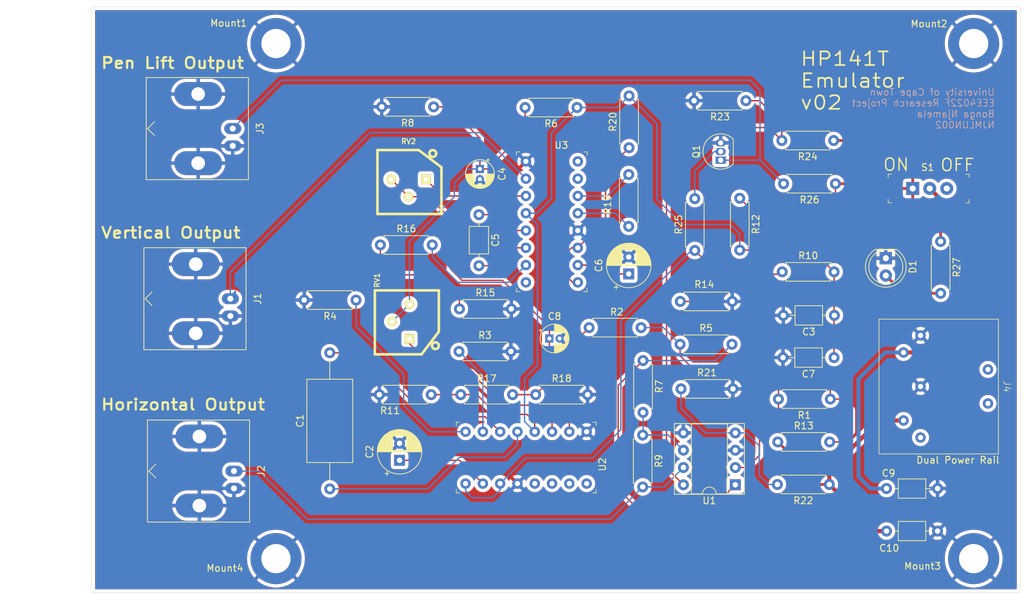
<source format=kicad_pcb>
(kicad_pcb (version 20221018) (generator pcbnew)
  (title_block (title "HP141T Emulator") (date "2025-04-10") (rev "v02") (company "by Bonga Njamela") (comment 1 "Research Project") (comment 2 "EEE4022F 2025") (comment 3 "University of Cape Town"))
  (layers (0 "F.Cu" signal) (31 "B.Cu" signal) (34 "B.Paste" user) (35 "F.Paste" user) (36 "B.SilkS" user "B.Silkscreen") (37 "F.SilkS" user "F.Silkscreen") (38 "B.Mask" user) (39 "F.Mask" user) (44 "Edge.Cuts" user))
  (net 0 "")
  (net 1 "Net-(U2-TC1)")
  (net 2 "Net-(U2-TC2)")
  (net 3 "Net-(U2-BIAS)")
  (net 4 "GND")
  (net 5 "+9V")
  (net 6 "Net-(C4-Pad1)")
  (net 7 "Net-(U3-TC1)")
  (net 8 "Net-(U3-TC2)")
  (net 9 "Net-(U3-BIAS)")
  (net 10 "Net-(C8-Pad1)")
  (net 11 "Net-(D1-A)")
  (net 12 "Vy")
  (net 13 "Vx")
  (net 14 "Vp")
  (net 16 "-12V")
  (net 17 "Net-(Q1-B)")
  (net 18 "-1V")
  (net 19 "Net-(U1A--)")
  (net 20 "V_saw")
  (net 21 "Net-(U2-TR1)")
  (net 22 "Net-(U2-TR2)")
  (net 23 "Net-(R5-Pad2)")
  (net 24 "Net-(U1B--)")
  (net 25 "V_sq")
  (net 26 "+12V")
  (net 27 "Net-(R15-Pad1)")
  (net 28 "Net-(U3-TR1)")
  (net 29 "Net-(U3-WAVEA1)")
  (net 30 "Net-(U3-WAVEA2)")
  (net 31 "Net-(U3-FSKI)")
  (net 32 "-6V")
  (net 33 "+6V")
  (net 35 "Net-(U2-MO)")
  (net 40 "Net-(U3-MO)")
  (net 44 "Net-(C9-Pad1)")
  (footprint "Resistor_THT:R_Axial_DIN0207_L6.3mm_D2.5mm_P7.62mm_Horizontal" (layer "F.Cu") (at 179.25 133.9 180)
    (fp_text reference "R22" (at 3.81 -2.37) (layer "F.SilkS"))
    (fp_text value "10k")
    (pad "1" thru_hole circle (at 0 0 180) (size 1.6 1.6) (drill 0.8) (layers "*.Cu" "*.Mask") (net 16 "-12V"))
    (pad "2" thru_hole oval (at 7.62 0 180) (size 1.6 1.6) (drill 0.8) (layers "*.Cu" "*.Mask") (net 32 "-6V"))
  )
  (footprint "bourns:BOURNS-3362P_pot" (layer "F.Cu") (at 117.6 109.95 90)
    (fp_text reference "RV1" (at 6.05 -4.75 90) (layer "F.SilkS") (effects (font (size 0.762 0.762) (thickness 0.1524))))
    (fp_text value "25k" hide)
    (pad "1" thru_hole rect (at -2.54 0 90) (size 1.4 1.4) (drill 0.7) (layers "*.Cu" "*.Mask" "F.SilkS") (net 35 "Net-(U2-MO)"))
    (pad "2" thru_hole circle (at 0 -2.54 90) (size 1.4 1.4) (drill 0.7) (layers "*.Cu" "*.Mask" "F.SilkS") (net 6 "Net-(C4-Pad1)"))
    (pad "3" thru_hole circle (at 2.54 0 90) (size 1.4 1.4) (drill 0.7) (layers "*.Cu" "*.Mask" "F.SilkS") (net 6 "Net-(C4-Pad1)"))
  )
  (footprint "Digikey:Socket_DIP-16_7.62mm_Conn" (layer "F.Cu") (at 134.7 86.42)
    (fp_text reference "U3" (at 5.2 -2.37) (layer "F.SilkS"))
    (fp_text value "XR2206CP")
    (pad "1" thru_hole circle (at 0 0) (size 1.524 1.524) (drill 0.762) (layers "*.Cu" "*.Mask") (net 4 "GND"))
    (pad "2" thru_hole circle (at 0 2.54) (size 1.524 1.524) (drill 0.762) (layers "*.Cu" "*.Mask") (net 12 "Vy"))
    (pad "3" thru_hole circle (at 0 5.08) (size 1.524 1.524) (drill 0.762) (layers "*.Cu" "*.Mask") (net 40 "Net-(U3-MO)"))
    (pad "4" thru_hole circle (at 0 7.62) (size 1.524 1.524) (drill 0.762) (layers "*.Cu" "*.Mask") (net 5 "+9V"))
    (pad "5" thru_hole circle (at 0 10.16) (size 1.524 1.524) (drill 0.762) (layers "*.Cu" "*.Mask") (net 7 "Net-(U3-TC1)"))
    (pad "6" thru_hole circle (at 0 12.7) (size 1.524 1.524) (drill 0.762) (layers "*.Cu" "*.Mask") (net 8 "Net-(U3-TC2)"))
    (pad "7" thru_hole circle (at 0 15.24) (size 1.524 1.524) (drill 0.762) (layers "*.Cu" "*.Mask") (net 28 "Net-(U3-TR1)"))
    (pad "8" thru_hole circle (at 0 17.78) (size 1.524 1.524) (drill 0.762) (layers "*.Cu" "*.Mask"))
    (pad "9" thru_hole circle (at 7.62 17.78) (size 1.524 1.524) (drill 0.762) (layers "*.Cu" "*.Mask") (net 31 "Net-(U3-FSKI)"))
    (pad "10" thru_hole circle (at 7.62 15.24) (size 1.524 1.524) (drill 0.762) (layers "*.Cu" "*.Mask") (net 9 "Net-(U3-BIAS)"))
    (pad "11" thru_hole circle (at 7.62 12.7) (size 1.524 1.524) (drill 0.762) (layers "*.Cu" "*.Mask") (net 31 "Net-(U3-FSKI)"))
    (pad "12" thru_hole circle (at 7.62 10.16) (size 1.524 1.524) (drill 0.762) (layers "*.Cu" "*.Mask") (net 4 "GND"))
    (pad "13" thru_hole circle (at 7.62 7.62) (size 1.524 1.524) (drill 0.762) (layers "*.Cu" "*.Mask") (net 29 "Net-(U3-WAVEA1)"))
    (pad "14" thru_hole circle (at 7.62 5.08) (size 1.524 1.524) (drill 0.762) (layers "*.Cu" "*.Mask") (net 30 "Net-(U3-WAVEA2)"))
    (pad "15" thru_hole circle (at 7.62 2.54) (size 1.524 1.524) (drill 0.762) (layers "*.Cu" "*.Mask"))
    (pad "16" thru_hole circle (at 7.62 0) (size 1.524 1.524) (drill 0.762) (layers "*.Cu" "*.Mask"))
  )
  (footprint "Resistor_THT:R_Axial_DIN0207_L6.3mm_D2.5mm_P7.62mm_Horizontal" (layer "F.Cu") (at 149.85 84.41 90)
    (fp_text reference "R20" (at 3.81 -2.37 90) (layer "F.SilkS"))
    (fp_text value "10k")
    (pad "1" thru_hole circle (at 0 0 90) (size 1.6 1.6) (drill 0.8) (layers "*.Cu" "*.Mask") (net 31 "Net-(U3-FSKI)"))
    (pad "2" thru_hole oval (at 7.62 0 90) (size 1.6 1.6) (drill 0.8) (layers "*.Cu" "*.Mask") (net 5 "+9V"))
  )
  (footprint "digikey-footprints:Switch_Slide_11.6x4mm_EG1218" (layer "F.Cu") (at 191.5 90.4)
    (fp_text reference "S1" (at 2.2 -3.1) (layer "F.SilkS"))
    (fp_text value "EG1218")
    (pad "1" thru_hole rect (at 0 0) (size 1.9 1.9) (drill 0.9) (layers "*.Cu" "*.Mask") (net 26 "+12V"))
    (pad "2" thru_hole circle (at 2.5 0) (size 1.9 1.9) (drill 0.9) (layers "*.Cu" "*.Mask") (net 44 "Net-(C9-Pad1)"))
    (pad "3" thru_hole circle (at 5 0) (size 1.9 1.9) (drill 0.9) (layers "*.Cu" "*.Mask"))
  )
  (footprint "Resistor_THT:R_Axial_DIN0207_L6.3mm_D2.5mm_P7.62mm_Horizontal" (layer "F.Cu") (at 166.1 91.84 -90)
    (fp_text reference "R12" (at 3.81 -2.37 90) (layer "F.SilkS"))
    (fp_text value "3.3k")
    (pad "1" thru_hole circle (at 0 0 270) (size 1.6 1.6) (drill 0.8) (layers "*.Cu" "*.Mask") (net 26 "+12V"))
    (pad "2" thru_hole oval (at 7.62 0 270) (size 1.6 1.6) (drill 0.8) (layers "*.Cu" "*.Mask") (net 5 "+9V"))
  )
  (footprint "Connector_Coaxial:BNC_Amphenol_B6252HB-NPP3G-50_Horizontal" (layer "F.Cu") (at 91.65 81.6 90)
    (fp_text reference "J3" (at 0 4 90) (layer "F.SilkS"))
    (fp_text value "Conn_Coaxial")
    (pad "1" thru_hole oval (at 0 0 90) (size 1.6 2.5) (drill 0.89) (layers "*.Cu" "*.Mask") (net 14 "Vp"))
    (pad "2" thru_hole oval (at -5.08 -5.08 90) (size 3.5 7) (drill 2.01) (layers "*.Cu" "*.Mask") (net 4 "GND"))
    (pad "2" thru_hole oval (at -2.54 0 90) (size 1.6 2.5) (drill 0.89) (layers "*.Cu" "*.Mask") (net 4 "GND"))
    (pad "2" thru_hole oval (at 5.08 -5.08 90) (size 3.5 7) (drill 2.01) (layers "*.Cu" "*.Mask") (net 4 "GND"))
  )
  (footprint "Capacitor_THT:C_Axial_L3.8mm_D2.6mm_P7.50mm_Horizontal" (layer "F.Cu") (at 179.95 115.25 180)
    (fp_text reference "C7" (at 3.75 -2.42) (layer "F.SilkS"))
    (fp_text value "1uF")
    (pad "1" thru_hole circle (at 0 0 180) (size 1.6 1.6) (drill 0.8) (layers "*.Cu" "*.Mask") (net 5 "+9V"))
    (pad "2" thru_hole oval (at 7.5 0 180) (size 1.6 1.6) (drill 0.8) (layers "*.Cu" "*.Mask") (net 4 "GND"))
  )
  (footprint "Capacitor_THT:C_Axial_L3.8mm_D2.6mm_P7.50mm_Horizontal" (layer "F.Cu") (at 195.15 140.75 180)
    (fp_text reference "C10" (at 7.1 -2.5) (layer "F.SilkS"))
    (fp_text value "0.1uF")
    (pad "1" thru_hole circle (at 0 0 180) (size 1.6 1.6) (drill 0.8) (layers "*.Cu" "*.Mask") (net 4 "GND"))
    (pad "2" thru_hole oval (at 7.5 0 180) (size 1.6 1.6) (drill 0.8) (layers "*.Cu" "*.Mask") (net 16 "-12V"))
  )
  (footprint "Resistor_THT:R_Axial_DIN0207_L6.3mm_D2.5mm_P7.62mm_Horizontal" (layer "F.Cu") (at 157.48 119.85)
    (fp_text reference "R21" (at 3.81 -2.37) (layer "F.SilkS"))
    (fp_text value "10k")
    (pad "1" thru_hole circle (at 0 0) (size 1.6 1.6) (drill 0.8) (layers "*.Cu" "*.Mask") (net 32 "-6V"))
    (pad "2" thru_hole oval (at 7.62 0) (size 1.6 1.6) (drill 0.8) (layers "*.Cu" "*.Mask") (net 4 "GND"))
  )
  (footprint "Resistor_THT:R_Axial_DIN0207_L6.3mm_D2.5mm_P7.62mm_Horizontal" (layer "F.Cu") (at 151.9 115.69 -90)
    (fp_text reference "R7" (at 3.81 -2.37 90) (layer "F.SilkS"))
    (fp_text value "10k")
    (pad "1" thru_hole circle (at 0 0 270) (size 1.6 1.6) (drill 0.8) (layers "*.Cu" "*.Mask") (net 23 "Net-(R5-Pad2)"))
    (pad "2" thru_hole oval (at 7.62 0 270) (size 1.6 1.6) (drill 0.8) (layers "*.Cu" "*.Mask") (net 24 "Net-(U1B--)"))
  )
  (footprint "Resistor_THT:R_Axial_DIN0207_L6.3mm_D2.5mm_P7.62mm_Horizontal" (layer "F.Cu") (at 179.4 121.35 180)
    (fp_text reference "R1" (at 3.81 -2.37) (layer "F.SilkS"))
    (fp_text value "1k")
    (pad "1" thru_hole circle (at 0 0 180) (size 1.6 1.6) (drill 0.8) (layers "*.Cu" "*.Mask") (net 18 "-1V"))
    (pad "2" thru_hole oval (at 7.62 0 180) (size 1.6 1.6) (drill 0.8) (layers "*.Cu" "*.Mask") (net 19 "Net-(U1A--)"))
  )
  (footprint "Capacitor_THT:C_Axial_L3.8mm_D2.6mm_P7.50mm_Horizontal" (layer "F.Cu") (at 127.8 94.25 -90)
    (fp_text reference "C5" (at 3.75 -2.42 90) (layer "F.SilkS"))
    (fp_text value "22nF")
    (pad "1" thru_hole circle (at 0 0 270) (size 1.6 1.6) (drill 0.8) (layers "*.Cu" "*.Mask") (net 7 "Net-(U3-TC1)"))
    (pad "2" thru_hole oval (at 7.5 0 270) (size 1.6 1.6) (drill 0.8) (layers "*.Cu" "*.Mask") (net 8 "Net-(U3-TC2)"))
  )
  (footprint "Resistor_THT:R_Axial_DIN0207_L6.3mm_D2.5mm_P7.62mm_Horizontal" (layer "F.Cu") (at 172.34 102.65)
    (fp_text reference "R10" (at 3.81 -2.37) (layer "F.SilkS"))
    (fp_text value "5.1k")
    (pad "1" thru_hole circle (at 0 0) (size 1.6 1.6) (drill 0.8) (layers "*.Cu" "*.Mask") (net 25 "V_sq"))
    (pad "2" thru_hole oval (at 7.62 0) (size 1.6 1.6) (drill 0.8) (layers "*.Cu" "*.Mask") (net 5 "+9V"))
  )
  (footprint "Resistor_THT:R_Axial_DIN0207_L6.3mm_D2.5mm_P7.62mm_Horizontal" (layer "F.Cu") (at 143.99 110.85)
    (fp_text reference "R2" (at 4.06 -2.3) (layer "F.SilkS"))
    (fp_text value "1k")
    (pad "1" thru_hole circle (at 0 0) (size 1.6 1.6) (drill 0.8) (layers "*.Cu" "*.Mask") (net 20 "V_saw"))
    (pad "2" thru_hole oval (at 7.62 0) (size 1.6 1.6) (drill 0.8) (layers "*.Cu" "*.Mask") (net 19 "Net-(U1A--)"))
  )
  (footprint "Resistor_THT:R_Axial_DIN0207_L6.3mm_D2.5mm_P7.62mm_Horizontal" (layer "F.Cu") (at 167.01 77.5 180)
    (fp_text reference "R23" (at 3.81 -2.37) (layer "F.SilkS"))
    (fp_text value "10k")
    (pad "1" thru_hole circle (at 0 0 180) (size 1.6 1.6) (drill 0.8) (layers "*.Cu" "*.Mask") (net 33 "+6V"))
    (pad "2" thru_hole oval (at 7.62 0 180) (size 1.6 1.6) (drill 0.8) (layers "*.Cu" "*.Mask") (net 4 "GND"))
  )
  (footprint "Resistor_THT:R_Axial_DIN0207_L6.3mm_D2.5mm_P7.62mm_Horizontal" (layer "F.Cu") (at 157.34 113.3)
    (fp_text reference "R5" (at 3.81 -2.37) (layer "F.SilkS"))
    (fp_text value "18k")
    (pad "1" thru_hole circle (at 0 0) (size 1.6 1.6) (drill 0.8) (layers "*.Cu" "*.Mask") (net 19 "Net-(U1A--)"))
    (pad "2" thru_hole oval (at 7.62 0) (size 1.6 1.6) (drill 0.8) (layers "*.Cu" "*.Mask") (net 23 "Net-(R5-Pad2)"))
  )
  (footprint "Resistor_THT:R_Axial_DIN0207_L6.3mm_D2.5mm_P7.62mm_Horizontal" (layer "F.Cu") (at 125.13 120.7)
    (fp_text reference "R17" (at 3.81 -2.37) (layer "F.SilkS"))
    (fp_text value "5.1k")
    (pad "1" thru_hole circle (at 0 0) (size 1.6 1.6) (drill 0.8) (layers "*.Cu" "*.Mask") (net 5 "+9V"))
    (pad "2" thru_hole oval (at 7.62 0) (size 1.6 1.6) (drill 0.8) (layers "*.Cu" "*.Mask") (net 10 "Net-(C8-Pad1)"))
  )
  (footprint "LED_THT:LED_D5.0mm" (layer "F.Cu") (at 187.55 100.65 -90)
    (fp_text reference "D1" (at 1.27 -3.96 90) (layer "F.SilkS"))
    (fp_text value "GREEN")
    (pad "1" thru_hole rect (at 0 0 270) (size 1.8 1.8) (drill 0.9) (layers "*.Cu" "*.Mask") (net 4 "GND"))
    (pad "2" thru_hole circle (at 2.54 0 270) (size 1.8 1.8) (drill 0.9) (layers "*.Cu" "*.Mask") (net 11 "Net-(D1-A)"))
  )
  (footprint "Resistor_THT:R_Axial_DIN0207_L6.3mm_D2.5mm_P7.62mm_Horizontal" (layer "F.Cu") (at 159.5 99.51 90)
    (fp_text reference "R25" (at 3.81 -2.37 90) (layer "F.SilkS"))
    (fp_text value "1k")
    (pad "1" thru_hole circle (at 0 0 90) (size 1.6 1.6) (drill 0.8) (layers "*.Cu" "*.Mask") (net 25 "V_sq"))
    (pad "2" thru_hole oval (at 7.62 0 90) (size 1.6 1.6) (drill 0.8) (layers "*.Cu" "*.Mask") (net 17 "Net-(Q1-B)"))
  )
  (footprint "bourns:BOURNS-3362P_pot" (layer "F.Cu") (at 117.473 89.069 180)
    (fp_text reference "RV2" (at 0 5.588) (layer "F.SilkS") (effects (font (size 0.762 0.762) (thickness 0.1524))))
    (fp_text value "25k" hide)
    (pad "1" thru_hole rect (at -2.54 0 180) (size 1.4 1.4) (drill 0.7) (layers "*.Cu" "*.Mask" "F.SilkS") (net 40 "Net-(U3-MO)"))
    (pad "2" thru_hole circle (at 0 -2.54 180) (size 1.4 1.4) (drill 0.7) (layers "*.Cu" "*.Mask" "F.SilkS") (net 10 "Net-(C8-Pad1)"))
    (pad "3" thru_hole circle (at 2.54 0 180) (size 1.4 1.4) (drill 0.7) (layers "*.Cu" "*.Mask" "F.SilkS") (net 10 "Net-(C8-Pad1)"))
  )
  (footprint "Capacitor_THT:CP_Radial_D4.0mm_P1.50mm" (layer "F.Cu") (at 138.15 112.45)
    (fp_text reference "C8" (at 0.75 -3.25) (layer "F.SilkS"))
    (fp_text value "10uF")
    (pad "1" thru_hole rect (at 0 0) (size 1.2 1.2) (drill 0.6) (layers "*.Cu" "*.Mask") (net 10 "Net-(C8-Pad1)"))
    (pad "2" thru_hole circle (at 1.5 0) (size 1.2 1.2) (drill 0.6) (layers "*.Cu" "*.Mask") (net 4 "GND"))
  )
  (footprint "Capacitor_THT:C_Axial_L12.0mm_D6.5mm_P20.00mm_Horizontal" (layer "F.Cu") (at 105.9 134.55 90)
    (fp_text reference "C1" (at 10 -4.37 90) (layer "F.SilkS"))
    (fp_text value "47uF")
    (pad "1" thru_hole circle (at 0 0 90) (size 1.6 1.6) (drill 0.8) (layers "*.Cu" "*.Mask") (net 1 "Net-(U2-TC1)"))
    (pad "2" thru_hole oval (at 20 0 90) (size 1.6 1.6) (drill 0.8) (layers "*.Cu" "*.Mask") (net 2 "Net-(U2-TC2)"))
  )
  (footprint "Resistor_THT:R_Axial_DIN0207_L6.3mm_D2.5mm_P7.62mm_Horizontal" (layer "F.Cu") (at 121.15 78.4 180)
    (fp_text reference "R8" (at 3.81 -2.37) (layer "F.SilkS"))
    (fp_text value "5.1k")
    (pad "1" thru_hole circle (at 0 0 180) (size 1.6 1.6) (drill 0.8) (layers "*.Cu" "*.Mask") (net 6 "Net-(C4-Pad1)"))
    (pad "2" thru_hole oval (at 7.62 0 180) (size 1.6 1.6) (drill 0.8) (layers "*.Cu" "*.Mask") (net 4 "GND"))
  )
  (footprint "Resistor_THT:R_Axial_DIN0207_L6.3mm_D2.5mm_P7.62mm_Horizontal" (layer "F.Cu") (at 179.9 83.35 180)
    (fp_text reference "R24" (at 3.81 -2.37) (layer "F.SilkS"))
    (fp_text value "10k")
    (pad "1" thru_hole circle (at 0 0 180) (size 1.6 1.6) (drill 0.8) (layers "*.Cu" "*.Mask") (net 26 "+12V"))
    (pad "2" thru_hole oval (at 7.62 0 180) (size 1.6 1.6) (drill 0.8) (layers "*.Cu" "*.Mask") (net 33 "+6V"))
  )
  (footprint "Capacitor_THT:C_Axial_L3.8mm_D2.6mm_P7.50mm_Horizontal" (layer "F.Cu") (at 187.65 134.5)
    (fp_text reference "C9" (at 0.3 -2.25) (layer "F.SilkS"))
    (fp_text value "0.1uF")
    (pad "1" thru_hole circle (at 0 0) (size 1.6 1.6) (drill 0.8) (layers "*.Cu" "*.Mask") (net 44 "Net-(C9-Pad1)"))
    (pad "2" thru_hole oval (at 7.5 0) (size 1.6 1.6) (drill 0.8) (layers "*.Cu" "*.Mask") (net 4 "GND"))
  )
  (footprint "Capacitor_THT:CP_Radial_D6.3mm_P2.50mm" (layer "F.Cu") (at 116.15 130.35 90)
    (fp_text reference "C2" (at 1.25 -4.4 90) (layer "F.SilkS"))
    (fp_text value "1uF")
    (pad "1" thru_hole rect (at 0 0 90) (size 1.6 1.6) (drill 0.8) (layers "*.Cu" "*.Mask") (net 3 "Net-(U2-BIAS)"))
    (pad "2" thru_hole circle (at 2.5 0 90) (size 1.6 1.6) (drill 0.8) (layers "*.Cu" "*.Mask") (net 4 "GND"))
  )
  (footprint "Digikey:Socket_DIP-16_7.62mm_Conn" (layer "F.Cu") (at 143.62 126.15 -90)
    (fp_text reference "U2" (at 4.8 -2.32 90) (layer "F.SilkS"))
    (fp_text value "XR2206CP")
    (pad "1" thru_hole circle (at 0 0 270) (size 1.524 1.524) (drill 0.762) (layers "*.Cu" "*.Mask") (net 4 "GND"))
    (pad "2" thru_hole circle (at 0 2.54 270) (size 1.524 1.524) (drill 0.762) (layers "*.Cu" "*.Mask") (net 20 "V_saw"))
    (pad "3" thru_hole circle (at 0 5.08 270) (size 1.524 1.524) (drill 0.762) (layers "*.Cu" "*.Mask") (net 35 "Net-(U2-MO)"))
    (pad "4" thru_hole circle (at 0 7.62 270) (size 1.524 1.524) (drill 0.762) (layers "*.Cu" "*.Mask") (net 5 "+9V"))
    (pad "5" thru_hole circle (at 0 10.16 270) (size 1.524 1.524) (drill 0.762) (layers "*.Cu" "*.Mask") (net 1 "Net-(U2-TC1)"))
    (pad "6" thru_hole circle (at 0 12.7 270) (size 1.524 1.524) (drill 0.762) (layers "*.Cu" "*.Mask") (net 2 "Net-(U2-TC2)"))
    (pad "7" thru_hole circle (at 0 15.24 270) (size 1.524 1.524) (drill 0.762) (layers "*.Cu" "*.Mask") (net 21 "Net-(U2-TR1)"))
    (pad "8" thru_hole circle (at 0 17.78 270) (size 1.524 1.524) (drill 0.762) (layers "*.Cu" "*.Mask") (net 22 "Net-(U2-TR2)"))
    (pad "9" thru_hole circle (at 7.62 17.78 270) (size 1.524 1.524) (drill 0.762) (layers "*.Cu" "*.Mask") (net 25 "V_sq"))
    (pad "10" thru_hole circle (at 7.62 15.24 270) (size 1.524 1.524) (drill 0.762) (layers "*.Cu" "*.Mask") (net 3 "Net-(U2-BIAS)"))
    (pad "11" thru_hole circle (at 7.62 12.7 270) (size 1.524 1.524) (drill 0.762) (layers "*.Cu" "*.Mask") (net 25 "V_sq"))
    (pad "12" thru_hole circle (at 7.62 10.16 270) (size 1.524 1.524) (drill 0.762) (layers "*.Cu" "*.Mask") (net 4 "GND"))
    (pad "13" thru_hole circle (at 7.62 7.62 270) (size 1.524 1.524) (drill 0.762) (layers "*.Cu" "*.Mask"))
    (pad "14" thru_hole circle (at 7.62 5.08 270) (size 1.524 1.524) (drill 0.762) (layers "*.Cu" "*.Mask"))
    (pad "15" thru_hole circle (at 7.62 2.54 270) (size 1.524 1.524) (drill 0.762) (layers "*.Cu" "*.Mask"))
    (pad "16" thru_hole circle (at 7.62 0 270) (size 1.524 1.524) (drill 0.762) (layers "*.Cu" "*.Mask"))
  )
  (footprint "Resistor_THT:R_Axial_DIN0207_L6.3mm_D2.5mm_P7.62mm_Horizontal" (layer "F.Cu") (at 109.76 106.8 180)
    (fp_text reference "R4" (at 3.81 -2.37) (layer "F.SilkS"))
    (fp_text value "1.1k")
    (pad "1" thru_hole circle (at 0 0 180) (size 1.6 1.6) (drill 0.8) (layers "*.Cu" "*.Mask") (net 22 "Net-(U2-TR2)"))
    (pad "2" thru_hole oval (at 7.62 0 180) (size 1.6 1.6) (drill 0.8) (layers "*.Cu" "*.Mask") (net 4 "GND"))
  )
  (footprint "Resistor_THT:R_Axial_DIN0207_L6.3mm_D2.5mm_P7.62mm_Horizontal" (layer "F.Cu") (at 195.6 98.19 -90)
    (fp_text reference "R27" (at 3.81 -2.37 90) (layer "F.SilkS"))
    (fp_text value "2.2k")
    (pad "1" thru_hole circle (at 0 0 270) (size 1.6 1.6) (drill 0.8) (layers "*.Cu" "*.Mask") (net 26 "+12V"))
    (pad "2" thru_hole oval (at 7.62 0 270) (size 1.6 1.6) (drill 0.8) (layers "*.Cu" "*.Mask") (net 11 "Net-(D1-A)"))
  )
  (footprint "Capacitor_THT:C_Axial_L3.8mm_D2.6mm_P7.50mm_Horizontal" (layer "F.Cu") (at 180 109.05 180)
    (fp_text reference "C3" (at 3.75 -2.42) (layer "F.SilkS"))
    (fp_text value "1uF")
    (pad "1" thru_hole circle (at 0 0 180) (size 1.6 1.6) (drill 0.8) (layers "*.Cu" "*.Mask") (net 5 "+9V"))
    (pad "2" thru_hole oval (at 7.5 0 180) (size 1.6 1.6) (drill 0.8) (layers "*.Cu" "*.Mask") (net 4 "GND"))
  )
  (footprint "Resistor_THT:R_Axial_DIN0207_L6.3mm_D2.5mm_P7.62mm_Horizontal" (layer "F.Cu") (at 180.16 89.7 180)
    (fp_text reference "R26" (at 3.81 -2.37) (layer "F.SilkS"))
    (fp_text value "10k")
    (pad "1" thru_hole circle (at 0 0 180) (size 1.6 1.6) (drill 0.8) (layers "*.Cu" "*.Mask") (net 26 "+12V"))
    (pad "2" thru_hole oval (at 7.62 0 180) (size 1.6 1.6) (drill 0.8) (layers "*.Cu" "*.Mask") (net 14 "Vp"))
  )
  (footprint "Connector_Coaxial:BNC_Amphenol_B6252HB-NPP3G-50_Horizontal" (layer "F.Cu") (at 91.83 131.93 90)
    (fp_text reference "J2" (at 0 4 90) (layer "F.SilkS"))
    (fp_text value "Conn_Coaxial")
    (pad "1" thru_hole oval (at 0 0 90) (size 1.6 2.5) (drill 0.89) (layers "*.Cu" "*.Mask") (net 13 "Vx"))
    (pad "2" thru_hole oval (at -5.08 -5.08 90) (size 3.5 7) (drill 2.01) (layers "*.Cu" "*.Mask") (net 4 "GND"))
    (pad "2" thru_hole oval (at -2.54 0 90) (size 1.6 2.5) (drill 0.89) (layers "*.Cu" "*.Mask") (net 4 "GND"))
    (pad "2" thru_hole oval (at 5.08 -5.08 90) (size 3.5 7) (drill 2.01) (layers "*.Cu" "*.Mask") (net 4 "GND"))
  )
  (footprint "MountingHole:MountingHole_4.3mm_M4_DIN965_Pad" (layer "F.Cu") (at 200.45 144.8)
    (fp_text reference "Mount3" (at -7.5 1.1) (layer "F.SilkS"))
    (fp_text value "MountingHole_4.3mm_M4_DIN965_Pad")
    (pad "1" thru_hole circle (at 0 0) (size 7.5 7.5) (drill 4.3) (layers "*.Cu" "*.Mask") (net 4 "GND"))
  )
  (footprint "Resistor_THT:R_Axial_DIN0207_L6.3mm_D2.5mm_P7.62mm_Horizontal" (layer "F.Cu") (at 149.8 95.97 90)
    (fp_text reference "R19" (at 3.21 -3.1 90) (layer "F.SilkS"))
    (fp_text value "220R")
    (pad "1" thru_hole circle (at 0 0 90) (size 1.6 1.6) (drill 0.8) (layers "*.Cu" "*.Mask") (net 29 "Net-(U3-WAVEA1)"))
    (pad "2" thru_hole oval (at 7.62 0 90) (size 1.6 1.6) (drill 0.8) (layers "*.Cu" "*.Mask") (net 30 "Net-(U3-WAVEA2)"))
  )
  (footprint "Capacitor_THT:CP_Radial_D4.0mm_P1.50mm" (layer "F.Cu") (at 127.95 87.527401 -90)
    (fp_text reference "C4" (at 0.75 -3.25 90) (layer "F.SilkS"))
    (fp_text value "10uF")
    (pad "1" thru_hole rect (at 0 0 270) (size 1.2 1.2) (drill 0.6) (layers "*.Cu" "*.Mask") (net 6 "Net-(C4-Pad1)"))
    (pad "2" thru_hole circle (at 1.5 0 270) (size 1.2 1.2) (drill 0.6) (layers "*.Cu" "*.Mask") (net 4 "GND"))
  )
  (footprint "MountingHole:MountingHole_4.3mm_M4_DIN965_Pad" (layer "F.Cu") (at 98 69.1)
    (fp_text reference "Mount1" (at -6.95 -3) (layer "F.SilkS"))
    (fp_text value "MountingHole_4.3mm_M4_DIN965_Pad")
    (pad "1" thru_hole circle (at 0 0) (size 7.5 7.5) (drill 4.3) (layers "*.Cu" "*.Mask") (net 4 "GND"))
  )
  (footprint "Resistor_THT:R_Axial_DIN0207_L6.3mm_D2.5mm_P7.62mm_Horizontal" (layer "F.Cu") (at 151.85 126.64 -90)
    (fp_text reference "R9" (at 3.81 -2.37 90) (layer "F.SilkS"))
    (fp_text value "10k")
    (pad "1" thru_hole circle (at 0 0 270) (size 1.6 1.6) (drill 0.8) (layers "*.Cu" "*.Mask") (net 24 "Net-(U1B--)"))
    (pad "2" thru_hole oval (at 7.62 0 270) (size 1.6 1.6) (drill 0.8) (layers "*.Cu" "*.Mask") (net 13 "Vx"))
  )
  (footprint "Resistor_THT:R_Axial_DIN0207_L6.3mm_D2.5mm_P7.62mm_Horizontal" (layer "F.Cu") (at 113.33 98.7)
    (fp_text reference "R16" (at 3.81 -2.37) (layer "F.SilkS"))
    (fp_text value "220R")
    (pad "1" thru_hole circle (at 0 0) (size 1.6 1.6) (drill 0.8) (layers "*.Cu" "*.Mask") (net 27 "Net-(R15-Pad1)"))
    (pad "2" thru_hole oval (at 7.62 0) (size 1.6 1.6) (drill 0.8) (layers "*.Cu" "*.Mask") (net 28 "Net-(U3-TR1)"))
  )
  (footprint "Connector_Coaxial:BNC_Amphenol_B6252HB-NPP3G-50_Horizontal" (layer "F.Cu") (at 91.3 106.6 90)
    (fp_text reference "J1" (at 0 4 90) (layer "F.SilkS"))
    (fp_text value "Conn_Coaxial")
    (pad "1" thru_hole oval (at 0 0 90) (size 1.6 2.5) (drill 0.89) (layers "*.Cu" "*.Mask") (net 12 "Vy"))
    (pad "2" thru_hole oval (at -5.08 -5.08 90) (size 3.5 7) (drill 2.01) (layers "*.Cu" "*.Mask") (net 4 "GND"))
    (pad "2" thru_hole oval (at -2.54 0 90) (size 1.6 2.5) (drill 0.89) (layers "*.Cu" "*.Mask") (net 4 "GND"))
    (pad "2" thru_hole oval (at 5.08 -5.08 90) (size 3.5 7) (drill 2.01) (layers "*.Cu" "*.Mask") (net 4 "GND"))
  )
  (footprint "Resistor_THT:R_Axial_DIN0207_L6.3mm_D2.5mm_P7.62mm_Horizontal" (layer "F.Cu") (at 171.69 127.65)
    (fp_text reference "R13" (at 3.81 -2.37) (layer "F.SilkS"))
    (fp_text value "110k")
    (pad "1" thru_hole circle (at 0 0) (size 1.6 1.6) (drill 0.8) (layers "*.Cu" "*.Mask") (net 16 "-12V"))
    (pad "2" thru_hole oval (at 7.62 0) (size 1.6 1.6) (drill 0.8) (layers "*.Cu" "*.Mask") (net 18 "-1V"))
  )
  (footprint "Resistor_THT:R_Axial_DIN0207_L6.3mm_D2.5mm_P7.62mm_Horizontal" (layer "F.Cu") (at 124.88 114.35)
    (fp_text reference "R3" (at 3.81 -2.37) (layer "F.SilkS"))
    (fp_text value "1.2k")
    (pad "1" thru_hole circle (at 0 0) (size 1.6 1.6) (drill 0.8) (layers "*.Cu" "*.Mask") (net 21 "Net-(U2-TR1)"))
    (pad "2" thru_hole oval (at 7.62 0) (size 1.6 1.6) (drill 0.8) (layers "*.Cu" "*.Mask") (net 4 "GND"))
  )
  (footprint "Package_DIP:DIP-8_W7.62mm_Socket" (layer "F.Cu") (at 165.45 133.95 180)
    (fp_text reference "U1" (at 3.81 -2.33) (layer "F.SilkS"))
    (fp_text value "LM358")
    (pad "1" thru_hole rect (at 0 0 180) (size 1.6 1.6) (drill 0.8) (layers "*.Cu" "*.Mask") (net 23 "Net-(R5-Pad2)"))
    (pad "2" thru_hole oval (at 0 2.54 180) (size 1.6 1.6) (drill 0.8) (layers "*.Cu" "*.Mask") (net 19 "Net-(U1A--)"))
    (pad "3" thru_hole oval (at 0 5.08 180) (size 1.6 1.6) (drill 0.8) (layers "*.Cu" "*.Mask") (net 4 "GND"))
    (pad "4" thru_hole oval (at 0 7.62 180) (size 1.6 1.6) (drill 0.8) (layers "*.Cu" "*.Mask") (net 32 "-6V"))
    (pad "5" thru_hole oval (at 7.62 7.62 180) (size 1.6 1.6) (drill 0.8) (layers "*.Cu" "*.Mask") (net 4 "GND"))
    (pad "6" thru_hole oval (at 7.62 5.08 180) (size 1.6 1.6) (drill 0.8) (layers "*.Cu" "*.Mask") (net 24 "Net-(U1B--)"))
    (pad "7" thru_hole oval (at 7.62 2.54 180) (size 1.6 1.6) (drill 0.8) (layers "*.Cu" "*.Mask") (net 13 "Vx"))
    (pad "8" thru_hole oval (at 7.62 0 180) (size 1.6 1.6) (drill 0.8) (layers "*.Cu" "*.Mask") (net 33 "+6V"))
  )
  (footprint "Package_TO_SOT_THT:TO-92_Inline" (layer "F.Cu") (at 163.3 86.24 90)
    (fp_text reference "Q1" (at 1.27 -3.56 90) (layer "F.SilkS"))
    (fp_text value "2N2222")
    (pad "1" thru_hole rect (at 0 0 90) (size 1.05 1.5) (drill 0.75) (layers "*.Cu" "*.Mask") (net 14 "Vp"))
    (pad "2" thru_hole oval (at 1.27 0 90) (size 1.05 1.5) (drill 0.75) (layers "*.Cu" "*.Mask") (net 17 "Net-(Q1-B)"))
    (pad "3" thru_hole oval (at 2.54 0 90) (size 1.05 1.5) (drill 0.75) (layers "*.Cu" "*.Mask") (net 4 "GND"))
  )
  (footprint "MountingHole:MountingHole_4.3mm_M4_DIN965_Pad" (layer "F.Cu") (at 200.45 69.1)
    (fp_text reference "Mount2" (at -6.55 -2.9) (layer "F.SilkS"))
    (fp_text value "MountingHole_4.3mm_M4_DIN965_Pad")
    (pad "1" thru_hole circle (at 0 0) (size 7.5 7.5) (drill 4.3) (layers "*.Cu" "*.Mask") (net 4 "GND"))
  )
  (footprint "Resistor_THT:R_Axial_DIN0207_L6.3mm_D2.5mm_P7.62mm_Horizontal" (layer "F.Cu") (at 142.21 78.5 180)
    (fp_text reference "R6" (at 3.81 -2.37) (layer "F.SilkS"))
    (fp_text value "5.1k")
    (pad "1" thru_hole circle (at 0 0 180) (size 1.6 1.6) (drill 0.8) (layers "*.Cu" "*.Mask") (net 5 "+9V"))
    (pad "2" thru_hole oval (at 7.62 0 180) (size 1.6 1.6) (drill 0.8) (layers "*.Cu" "*.Mask") (net 6 "Net-(C4-Pad1)"))
  )
  (footprint "Resistor_THT:R_Axial_DIN0207_L6.3mm_D2.5mm_P7.62mm_Horizontal" (layer "F.Cu") (at 124.94 108.1)
    (fp_text reference "R15" (at 3.81 -2.37) (layer "F.SilkS"))
    (fp_text value "4.3k")
    (pad "1" thru_hole circle (at 0 0) (size 1.6 1.6) (drill 0.8) (layers "*.Cu" "*.Mask") (net 27 "Net-(R15-Pad1)"))
    (pad "2" thru_hole oval (at 7.62 0) (size 1.6 1.6) (drill 0.8) (layers "*.Cu" "*.Mask") (net 4 "GND"))
  )
  (footprint "Resistor_THT:R_Axial_DIN0207_L6.3mm_D2.5mm_P7.62mm_Horizontal" (layer "F.Cu") (at 157.38 107)
    (fp_text reference "R14" (at 3.52 -2.5) (layer "F.SilkS"))
    (fp_text value "10k")
    (pad "1" thru_hole circle (at 0 0) (size 1.6 1.6) (drill 0.8) (layers "*.Cu" "*.Mask") (net 18 "-1V"))
    (pad "2" thru_hole oval (at 7.62 0) (size 1.6 1.6) (drill 0.8) (layers "*.Cu" "*.Mask") (net 4 "GND"))
  )
  (footprint "din41524:PinSocket_DIN41524_1x05_P2.54mm_Vertical" (layer "F.Cu") (at 192.649994 119.5 -90)
    (fp_text reference "J4" (at 0 -12.7 -90 unlocked) (layer "F.SilkS") (effects (font (thickness 0.1))))
    (fp_text value "Mini-DIN-5")
    (pad "" np_thru_hole circle (at -2.5 -9.900006 270) (size 1.524 1.524) (drill 0.762) (layers "F&B.Cu" "*.Mask"))
    (pad "" np_thru_hole circle (at 2.5 -9.900006 270) (size 1.524 1.524) (drill 0.762) (layers "F&B.Cu" "*.Mask"))
    (pad "1" thru_hole circle (at -7.50001 0 270) (size 1.524 1.524) (drill 0.762) (layers "*.Cu" "*.Mask") (net 4 "GND"))
    (pad "2" thru_hole circle (at 0 0 270) (size 1.524 1.524) (drill 0.762) (layers "*.Cu" "*.Mask") (net 4 "GND"))
    (pad "3" thru_hole circle (at 7.50001 0 270) (size 1.524 1.524) (drill 0.762) (layers "*.Cu" "*.Mask"))
    (pad "4" thru_hole circle (at -4.99999 2.5 270) (size 1.524 1.524) (drill 0.762) (layers "*.Cu" "*.Mask") (net 44 "Net-(C9-Pad1)"))
    (pad "5" thru_hole circle (at 4.99999 2.5 270) (size 1.524 1.524) (drill 0.762) (layers "*.Cu" "*.Mask") (net 16 "-12V"))
  )
  (footprint "Resistor_THT:R_Axial_DIN0207_L6.3mm_D2.5mm_P7.62mm_Horizontal" (layer "F.Cu") (at 120.8 120.7 180)
    (fp_text reference "R11" (at 6.05 -2.35) (layer "F.SilkS"))
    (fp_text value "10k")
    (pad "1" thru_hole circle (at 0 0 180) (size 1.6 1.6) (drill 0.8) (layers "*.Cu" "*.Mask") (net 5 "+9V"))
    (pad "2" thru_hole oval (at 7.62 0 180) (size 1.6 1.6) (drill 0.8) (layers "*.Cu" "*.Mask") (net 4 "GND"))
  )
  (footprint "Resistor_THT:R_Axial_DIN0207_L6.3mm_D2.5mm_P7.62mm_Horizontal" (layer "F.Cu") (at 136.14 120.7)
    (fp_text reference "R18" (at 3.81 -2.37) (layer "F.SilkS"))
    (fp_text value "5.1k")
    (pad "1" thru_hole circle (at 0 0) (size 1.6 1.6) (drill 0.8) (layers "*.Cu" "*.Mask") (net 10 "Net-(C8-Pad1)"))
    (pad "2" thru_hole oval (at 7.62 0) (size 1.6 1.6) (drill 0.8) (layers "*.Cu" "*.Mask") (net 4 "GND"))
  )
  (footprint "Capacitor_THT:CP_Radial_D6.3mm_P2.50mm" (layer "F.Cu") (at 149.8 102.96 90)
    (fp_text reference "C6" (at 1.25 -4.4 90) (layer "F.SilkS"))
    (fp_text value "1uF")
    (pad "1" thru_hole rect (at 0 0 90) (size 1.6 1.6) (drill 0.8) (layers "*.Cu" "*.Mask") (net 9 "Net-(U3-BIAS)"))
    (pad "2" thru_hole circle (at 2.5 0 90) (size 1.6 1.6) (drill 0.8) (layers "*.Cu" "*.Mask") (net 4 "GND"))
  )
  (footprint "MountingHole:MountingHole_4.3mm_M4_DIN965_Pad" (layer "F.Cu") (at 98 144.8)
    (fp_text reference "Mount4" (at -7.5 1.4) (layer "F.SilkS"))
    (fp_text value "MountingHole_4.3mm_M4_DIN965_Pad")
    (pad "1" thru_hole circle (at 0 0) (size 7.5 7.5) (drill 4.3) (layers "*.Cu" "*.Mask") (net 4 "GND"))
  )
  (gr_line (start 207.275 149.8) (end 207.275 63.7) (stroke (width 0.05)) (layer "Edge.Cuts"))
  (gr_line (start 207.275 63.7) (end 70.95 63.7) (stroke (width 0.05)) (layer "Edge.Cuts"))
  (gr_line (start 70.95 149.8) (end 207.275 149.8) (stroke (width 0.05)) (layer "Edge.Cuts"))
  (gr_line (start 70.95 63.7) (end 70.95 149.8) (stroke (width 0.05)) (layer "Edge.Cuts"))
  (gr_text "University of Cape Town\nEEE4022F Research Project\nBonga Njamela\nNJMLUN002" (at 203.6 81.65) (layer "B.SilkS") (effects (font (size 1 1) (thickness 0.1)) (justify left bottom mirror)))
  (gr_text "Pen Lift Output" (at 72.15 72.9) (layer "F.SilkS") (effects (font (size 1.6 1.8) (thickness 0.32) bold) (justify left bottom)))
  (gr_text "Horizontal Output" (at 72.15 123.1) (layer "F.SilkS") (effects (font (size 1.6 1.8) (thickness 0.32) bold) (justify left bottom)))
  (gr_text "ON" (at 187.05 87.95) (layer "F.SilkS") (effects (font (size 1.8 1.8) (thickness 0.2) bold) (justify left bottom)))
  (gr_text "OFF" (at 195.45 88) (layer "F.SilkS") (effects (font (size 1.8 1.8) (thickness 0.2) bold) (justify left bottom)))
  (gr_text "Vertical Output" (at 72.15 97.85) (layer "F.SilkS") (effects (font (size 1.6 1.8) (thickness 0.32) bold) (justify left bottom)))
  (gr_text "HP141T\nEmulator\nv02" (at 174.85 78.95) (layer "F.SilkS") (effects (font (size 2 2.3) (thickness 0.25)) (justify left bottom)))
  (gr_text "Dual Power Rail" (at 191.95 130.9) (layer "F.SilkS") (effects (font (size 1 1)) (justify left bottom)))
  (segment (start 133.46 128.067895) (end 133.46 126.15) (width 0.2) (layer "B.Cu") (net 1))
  (segment (start 120.3 134.55) (end 124.95 129.9) (width 0.2) (layer "B.Cu") (net 1))
  (segment (start 105.9 134.55) (end 120.3 134.55) (width 0.2) (layer "B.Cu") (net 1))
  (segment (start 124.95 129.9) (end 131.627895 129.9) (width 0.2) (layer "B.Cu") (net 1))
  (segment (start 131.627895 129.9) (end 133.46 128.067895) (width 0.2) (layer "B.Cu") (net 1))
  (segment (start 120.25 123.95) (end 128.72 123.95) (width 0.2) (layer "F.Cu") (net 2))
  (segment (start 110.85 114.55) (end 120.25 123.95) (width 0.2) (layer "F.Cu") (net 2))
  (segment (start 128.72 123.95) (end 130.92 126.15) (width 0.2) (layer "F.Cu") (net 2))
  (segment (start 105.9 114.55) (end 110.85 114.55) (width 0.2) (layer "F.Cu") (net 2))
  (segment (start 124.96 130.35) (end 128.38 133.77) (width 0.2) (layer "F.Cu") (net 3))
  (segment (start 116.15 130.35) (end 124.96 130.35) (width 0.2) (layer "F.Cu") (net 3))
  (segment (start 179.95 109.1) (end 180 109.05) (width 0.2) (layer "F.Cu") (net 5))
  (segment (start 130.4 123.6) (end 134.85 123.6) (width 0.2) (layer "F.Cu") (net 5))
  (segment (start 179.96 102.65) (end 179.96 109.01) (width 0.2) (layer "F.Cu") (net 5))
  (segment (start 120.8 120.7) (end 125.13 120.7) (width 0.2) (layer "F.Cu") (net 5))
  (segment (start 136 124.75) (end 136 126.15) (width 0.2) (layer "F.Cu") (net 5))
  (segment (start 125.13 120.7) (end 127.5 120.7) (width 0.2) (layer "F.Cu") (net 5))
  (segment (start 179.96 109.01) (end 180 109.05) (width 0.2) (layer "F.Cu") (net 5))
  (segment (start 134.85 123.6) (end 136 124.75) (width 0.2) (layer "F.Cu") (net 5))
  (segment (start 179.95 115.25) (end 179.95 109.1) (width 0.2) (layer "F.Cu") (net 5))
  (segment (start 166.1 99.46) (end 176.77 99.46) (width 0.2) (layer "F.Cu") (net 5))
  (segment (start 127.5 120.7) (end 130.4 123.6) (width 0.2) (layer "F.Cu") (net 5))
  (segment (start 176.77 99.46) (end 179.96 102.65) (width 0.2) (layer "F.Cu") (net 5))
  (segment (start 134.7 94.04) (end 136.4 95.74) (width 0.2) (layer "B.Cu") (net 5))
  (segment (start 153.95 80.89) (end 149.85 76.79) (width 0.2) (layer "B.Cu") (net 5))
  (segment (start 134.7 94.04) (end 136.31 94.04) (width 0.2) (layer "B.Cu") (net 5))
  (segment (start 166.1 97.1) (end 164.7 95.7) (width 0.2) (layer "B.Cu") (net 5))
  (segment (start 136.4 116.4) (end 134.5 118.3) (width 0.2) (layer "B.Cu") (net 5))
  (segment (start 138.45 82.26) (end 142.21 78.5) (width 0.2) (layer "B.Cu") (net 5))
  (segment (start 136.31 94.04) (end 138.45 91.9) (width 0.2) (layer "B.Cu") (net 5))
  (segment (start 157.65 95.7) (end 153.95 92) (width 0.2) (layer "B.Cu") (net 5))
  (segment (start 153.95 92) (end 153.95 80.89) (width 0.2) (layer "B.Cu") (net 5))
  (segment (start 164.7 95.7) (end 157.65 95.7) (width 0.2) (layer "B.Cu") (net 5))
  (segment (start 134.5 118.3) (end 134.5 124.65) (width 0.2) (layer "B.Cu") (net 5))
  (segment (start 134.5 124.65) (end 136 126.15) (width 0.2) (layer "B.Cu") (net 5))
  (segment (start 136.4 95.74) (end 136.4 116.4) (width 0.2) (layer "B.Cu") (net 5))
  (segment (start 142.21 78.5) (end 148.14 78.5) (width 0.2) (layer "B.Cu") (net 5))
  (segment (start 138.45 91.9) (end 138.45 82.26) (width 0.2) (layer "B.Cu") (net 5))
  (segment (start 166.1 99.46) (end 166.1 97.1) (width 0.2) (layer "B.Cu") (net 5))
  (segment (start 148.14 78.5) (end 149.85 76.79) (width 0.2) (layer "B.Cu") (net 5))
  (segment (start 121.15 78.4) (end 123.35 78.4) (width 0.2) (layer "F.Cu") (net 6))
  (segment (start 129.072599 87.527401) (end 134.59 82.01) (width 0.2) (layer "F.Cu") (net 6))
  (segment (start 123.35 78.4) (end 127.95 83) (width 0.2) (layer "F.Cu") (net 6))
  (segment (start 134.59 82.01) (end 134.59 78.5) (width 0.2) (layer "F.Cu") (net 6))
  (segment (start 127.95 87.527401) (end 129.072599 87.527401) (width 0.2) (layer "F.Cu") (net 6))
  (segment (start 127.95 83) (end 127.95 87.527401) (width 0.2) (layer "F.Cu") (net 6))
  (segment (start 126.222599 87.527401) (end 127.95 87.527401) (width 0.2) (layer "B.Cu") (net 6))
  (segment (start 124.2 89.55) (end 126.222599 87.527401) (width 0.2) (layer "B.Cu") (net 6))
  (segment (start 124.2 91.6) (end 124.2 89.55) (width 0.2) (layer "B.Cu") (net 6))
  (segment (start 117.6 107.41) (end 117.6 98.2) (width 0.2) (layer "B.Cu") (net 6))
  (segment (start 115.06 109.95) (end 117.6 107.41) (width 0.2) (layer "B.Cu") (net 6))
  (segment (start 117.6 98.2) (end 124.2 91.6) (width 0.2) (layer "B.Cu") (net 6))
  (segment (start 127.8 94.25) (end 130 94.25) (width 0.2) (layer "F.Cu") (net 7))
  (segment (start 132.33 96.58) (end 134.7 96.58) (width 0.2) (layer "F.Cu") (net 7))
  (segment (start 130 94.25) (end 132.33 96.58) (width 0.2) (layer "F.Cu") (net 7))
  (segment (start 132.53 99.12) (end 134.7 99.12) (width 0.2) (layer "F.Cu") (net 8))
  (segment (start 127.8 101.75) (end 129.9 101.75) (width 0.2) (layer "F.Cu") (net 8))
  (segment (start 129.9 101.75) (end 132.53 99.12) (width 0.2) (layer "F.Cu") (net 8))
  (segment (start 145.36 101.66) (end 146.66 102.96) (width 0.2) (layer "F.Cu") (net 9))
  (segment (start 146.66 102.96) (end 149.8 102.96) (width 0.2) (layer "F.Cu") (net 9))
  (segment (start 142.32 101.66) (end 145.36 101.66) (width 0.2) (layer "F.Cu") (net 9))
  (segment (start 138.15 112.45) (end 138.15 118.69) (width 0.2) (layer "F.Cu") (net 10))
  (segment (start 117.473 91.609) (end 114.933 89.069) (width 0.2) (layer "F.Cu") (net 10))
  (segment (start 120.4 91.6) (end 120.391 91.609) (width 0.2) (layer "F.Cu") (net 10))
  (segment (start 120.391 91.609) (end 117.473 91.609) (width 0.2) (layer "F.Cu") (net 10))
  (segment (start 138.15 118.69) (end 136.14 120.7) (width 0.2) (layer "F.Cu") (net 10))
  (segment (start 131.25 103.9) (end 125.3 103.9) (width 0.2) (layer "F.Cu") (net 10))
  (segment (start 123.65 94.85) (end 120.4 91.6) (width 0.2) (layer "F.Cu") (net 10))
  (segment (start 136.14 120.7) (end 132.75 120.7) (width 0.2) (layer "F.Cu") (net 10))
  (segment (start 138.15 112.45) (end 138.15 110.8) (width 0.2) (layer "F.Cu") (net 10))
  (segment (start 125.3 103.9) (end 123.65 102.25) (width 0.2) (layer "F.Cu") (net 10))
  (segment (start 123.65 102.25) (end 123.65 94.85) (width 0.2) (layer "F.Cu") (net 10))
  (segment (start 138.15 110.8) (end 131.25 103.9) (width 0.2) (layer "F.Cu") (net 10))
  (segment (start 195.6 105.81) (end 190.17 105.81) (width 0.4) (layer "F.Cu") (net 11))
  (segment (start 190.17 105.81) (end 187.55 103.19) (width 0.4) (layer "F.Cu") (net 11))
  (segment (start 91.3 106.6) (end 91.3 106.25) (width 0.2) (layer "B.Cu") (net 12))
  (segment (start 134.7 88.95) (end 134.7 88.96) (width 0.2) (layer "B.Cu") (net 12))
  (segment (start 91.3 106.25) (end 92.05 105.5) (width 0.2) (layer "B.Cu") (net 12))
  (segment (start 92.05 105.5) (end 92.05 106.5) (width 0.2) (layer "B.Cu") (net 12))
  (segment (start 91.3 102.7) (end 111.8 82.2) (width 0.2) (layer "B.Cu") (net 12))
  (segment (start 127.95 82.2) (end 134.7 88.95) (width 0.2) (layer "B.Cu") (net 12))
  (segment (start 111.8 82.2) (end 127.95 82.2) (width 0.2) (layer "B.Cu") (net 12))
  (segment (start 91.3 106.6) (end 91.3 102.7) (width 0.2) (layer "B.Cu") (net 12))
  (segment (start 91.83 131.93) (end 95.53 131.93) (width 0.2) (layer "B.Cu") (net 13))
  (segment (start 95.53 131.93) (end 102.6 139) (width 0.2) (layer "B.Cu") (net 13))
  (segment (start 154.98 134.26) (end 157.83 131.41) (width 0.2) (layer "B.Cu") (net 13))
  (segment (start 147.11 139) (end 151.85 134.26) (width 0.2) (layer "B.Cu") (net 13))
  (segment (start 102.6 139) (end 147.11 139) (width 0.2) (layer "B.Cu") (net 13))
  (segment (start 151.85 134.26) (end 154.98 134.26) (width 0.2) (layer "B.Cu") (net 13))
  (segment (start 167.65 74.5) (end 98.75 74.5) (width 0.2) (layer "B.Cu") (net 14))
  (segment (start 98.75 74.5) (end 91.65 81.6) (width 0.2) (layer "B.Cu") (net 14))
  (segment (start 169.08 86.24) (end 169.08 75.93) (width 0.2) (layer "B.Cu") (net 14))
  (segment (start 169.08 86.24) (end 172.54 89.7) (width 0.2) (layer "B.Cu") (net 14))
  (segment (start 169.08 75.93) (end 167.65 74.5) (width 0.2) (layer "B.Cu") (net 14))
  (segment (start 163.3 86.24) (end 169.08 86.24) (width 0.2) (layer "B.Cu") (net 14))
  (segment (start 179.25 131.85) (end 186.60001 124.49999) (width 0.6) (layer "F.Cu") (net 16))
  (segment (start 179.25 133.9) (end 179.25 131.85) (width 0.6) (layer "F.Cu") (net 16))
  (segment (start 186.1 140.75) (end 179.25 133.9) (width 0.6) (layer "F.Cu") (net 16))
  (segment (start 179.25 133.9) (end 177.94 133.9) (width 0.4) (layer "F.Cu") (net 16))
  (segment (start 187.65 140.75) (end 186.1 140.75) (width 0.6) (layer "F.Cu") (net 16))
  (segment (start 186.60001 124.49999) (end 190.149994 124.49999) (width 0.6) (layer "F.Cu") (net 16))
  (segment (start 177.94 133.9) (end 171.69 127.65) (width 0.4) (layer "F.Cu") (net 16))
  (segment (start 162.35 84.97) (end 163.3 84.97) (width 0.2) (layer "B.Cu") (net 17))
  (segment (start 159.5 87.82) (end 162.35 84.97) (width 0.2) (layer "B.Cu") (net 17))
  (segment (start 159.5 91.89) (end 159.5 87.82) (width 0.2) (layer "B.Cu") (net 17))
  (segment (start 179.4 118.95) (end 170.9 110.45) (width 0.2) (layer "F.Cu") (net 18))
  (segment (start 182.45 126.05) (end 182.45 123) (width 0.2) (layer "F.Cu") (net 18))
  (segment (start 180.8 121.35) (end 179.4 121.35) (width 0.2) (layer "F.Cu") (net 18))
  (segment (start 179.31 127.65) (end 180.85 127.65) (width 0.2) (layer "F.Cu") (net 18))
  (segment (start 159.2 107) (end 157.38 107) (width 0.2) (layer "F.Cu") (net 18))
  (segment (start 182.45 123) (end 180.8 121.35) (width 0.2) (layer "F.Cu") (net 18))
  (segment (start 179.4 121.35) (end 179.4 118.95) (width 0.2) (layer "F.Cu") (net 18))
  (segment (start 170.9 110.45) (end 162.65 110.45) (width 0.2) (layer "F.Cu") (net 18))
  (segment (start 180.85 127.65) (end 182.45 126.05) (width 0.2) (layer "F.Cu") (net 18))
  (segment (start 162.65 110.45) (end 159.2 107) (width 0.2) (layer "F.Cu") (net 18))
  (segment (start 168.95 116.6) (end 158.95 116.6) (width 0.2) (layer "F.Cu") (net 19))
  (segment (start 157.34 114.99) (end 157.34 113.3) (width 0.2) (layer "F.Cu") (net 19))
  (segment (start 158.95 116.6) (end 157.34 114.99) (width 0.2) (layer "F.Cu") (net 19))
  (segment (start 167.19 131.41) (end 169 129.6) (width 0.2) (layer "F.Cu") (net 19))
  (segment (start 169 129.6) (end 169 126) (width 0.2) (layer "F.Cu") (net 19))
  (segment (start 171.78 123.22) (end 171.78 121.35) (width 0.2) (layer "F.Cu") (net 19))
  (segment (start 169 126) (end 171.78 123.22) (width 0.2) (layer "F.Cu") (net 19))
  (segment (start 171.78 121.35) (end 171.78 119.43) (width 0.2) (layer "F.Cu") (net 19))
  (segment (start 171.78 119.43) (end 168.95 116.6) (width 0.2) (layer "F.Cu") (net 19))
  (segment (start 165.45 131.41) (end 167.19 131.41) (width 0.2) (layer "F.Cu") (net 19))
  (segment (start 151.61 110.85) (end 154.89 110.85) (width 0.2) (layer "B.Cu") (net 19))
  (segment (start 154.89 110.85) (end 157.34 113.3) (width 0.2) (layer "B.Cu") (net 19))
  (segment (start 141.08 126.15) (end 141.08 113.76) (width 0.2) (layer "F.Cu") (net 20))
  (segment (start 141.08 113.76) (end 143.99 110.85) (width 0.2) (layer "F.Cu") (net 20))
  (segment (start 128.38 117.85) (end 128.38 126.15) (width 0.2) (layer "B.Cu") (net 21))
  (segment (start 124.88 114.35) (end 128.38 117.85) (width 0.2) (layer "B.Cu") (net 21))
  (segment (start 116.75 122.3) (end 120.6 126.15) (width 0.2) (layer "B.Cu") (net 22))
  (segment (start 120.6 126.15) (end 125.84 126.15) (width 0.2) (layer "B.Cu") (net 22))
  (segment (start 109.76 106.8) (end 109.76 110.66) (width 0.2) (layer "B.Cu") (net 22))
  (segment (start 109.76 110.66) (end 116.75 117.65) (width 0.2) (layer "B.Cu") (net 22))
  (segment (start 116.75 117.65) (end 116.75 122.3) (width 0.2) (layer "B.Cu") (net 22))
  (segment (start 165.45 133.95) (end 161 138.4) (width 0.2) (layer "F.Cu") (net 23))
  (segment (start 152.05 138.4) (end 148.25 134.6) (width 0.2) (layer "F.Cu") (net 23))
  (segment (start 161 138.4) (end 152.05 138.4) (width 0.2) (layer "F.Cu") (net 23))
  (segment (start 148.25 134.6) (end 148.25 119.34) (width 0.2) (layer "F.Cu") (net 23))
  (segment (start 148.25 119.34) (end 151.9 115.69) (width 0.2) (layer "F.Cu") (net 23))
  (segment (start 162.57 115.69) (end 164.96 113.3) (width 0.2) (layer "B.Cu") (net 23))
  (segment (start 151.9 115.69) (end 162.57 115.69) (width 0.2) (layer "B.Cu") (net 23))
  (segment (start 151.9 126.59) (end 151.85 126.64) (width 0.2) (layer "B.Cu") (net 24))
  (segment (start 155.6 126.64) (end 157.83 128.87) (width 0.2) (layer "B.Cu") (net 24))
  (segment (start 151.85 126.64) (end 155.6 126.64) (width 0.2) (layer "B.Cu") (net 24))
  (segment (start 151.9 123.31) (end 151.9 126.59) (width 0.2) (layer "B.Cu") (net 24))
  (segment (start 171.99 103) (end 172.34 102.65) (width 0.2) (layer "F.Cu") (net 25))
  (segment (start 159.5 99.51) (end 162.99 103) (width 0.2) (layer "F.Cu") (net 25))
  (segment (start 162.99 103) (end 171.99 103) (width 0.2) (layer "F.Cu") (net 25))
  (segment (start 126.85 135.85) (end 129.8 135.85) (width 0.2) (layer "B.Cu") (net 25))
  (segment (start 148.65 125.85) (end 148.65 109.85) (width 0.2) (layer "B.Cu") (net 25))
  (segment (start 125.84 133.77) (end 125.84 134.84) (width 0.2) (layer "B.Cu") (net 25))
  (segment (start 130.92 133.77) (end 134.69 130) (width 0.2) (layer "B.Cu") (net 25))
  (segment (start 134.69 130) (end 144.5 130) (width 0.2) (layer "B.Cu") (net 25))
  (segment (start 125.84 134.84) (end 126.85 135.85) (width 0.2) (layer "B.Cu") (net 25))
  (segment (start 144.5 130) (end 148.65 125.85) (width 0.2) (layer "B.Cu") (net 25))
  (segment (start 158.99 99.51) (end 159.5 99.51) (width 0.2) (layer "B.Cu") (net 25))
  (segment (start 129.8 135.85) (end 130.92 134.73) (width 0.2) (layer "B.Cu") (net 25))
  (segment (start 130.92 134.73) (end 130.92 133.77) (width 0.2) (layer "B.Cu") (net 25))
  (segment (start 148.65 109.85) (end 158.99 99.51) (width 0.2) (layer "B.Cu") (net 25))
  (segment (start 195.6 98.19) (end 195.6 96.9) (width 0.4) (layer "F.Cu") (net 26))
  (segment (start 167.26 93) (end 178.8 93) (width 0.2) (layer "F.Cu") (net 26))
  (segment (start 178.8 93) (end 180.16 91.64) (width 0.2) (layer "F.Cu") (net 26))
  (segment (start 184.95 89.7) (end 185.65 90.4) (width 0.4) (layer "F.Cu") (net 26))
  (segment (start 180.16 89.7) (end 184.95 89.7) (width 0.4) (layer "F.Cu") (net 26))
  (segment (start 180.16 91.64) (end 180.16 89.7) (width 0.2) (layer "F.Cu") (net 26))
  (segment (start 191.5 92.8) (end 191.5 90.4) (width 0.4) (layer "F.Cu") (net 26))
  (segment (start 189.5 83.35) (end 191.5 85.35) (width 0.4) (layer "F.Cu") (net 26))
  (segment (start 191.5 85.35) (end 191.5 90.4) (width 0.4) (layer "F.Cu") (net 26))
  (segment (start 195.6 96.9) (end 191.5 92.8) (width 0.4) (layer "F.Cu") (net 26))
  (segment (start 185.65 90.4) (end 191.5 90.4) (width 0.4) (layer "F.Cu") (net 26))
  (segment (start 179.9 83.35) (end 189.5 83.35) (width 0.4) (layer "F.Cu") (net 26))
  (segment (start 166.1 91.84) (end 167.26 93) (width 0.2) (layer "F.Cu") (net 26))
  (segment (start 121.65 103.1) (end 124.94 106.39) (width 0.2) (layer "F.Cu") (net 27))
  (segment (start 124.94 106.39) (end 124.94 108.1) (width 0.2) (layer "F.Cu") (net 27))
  (segment (start 115.25 103.1) (end 121.65 103.1) (width 0.2) (layer "F.Cu") (net 27))
  (segment (start 113.33 101.18) (end 115.25 103.1) (width 0.2) (layer "F.Cu") (net 27))
  (segment (start 113.33 98.7) (end 113.33 101.18) (width 0.2) (layer "F.Cu") (net 27))
  (segment (start 132.16 104.2) (end 134.7 101.66) (width 0.2) (layer "B.Cu") (net 28))
  (segment (start 120.95 98.7) (end 120.95 100.45) (width 0.2) (layer "B.Cu") (net 28))
  (segment (start 124.7 104.2) (end 132.16 104.2) (width 0.2) (layer "B.Cu") (net 28))
  (segment (start 120.95 100.45) (end 124.7 104.2) (width 0.2) (layer "B.Cu") (net 28))
  (segment (start 142.32 94.04) (end 147.87 94.04) (width 0.2) (layer "B.Cu") (net 29))
  (segment (start 147.87 94.04) (end 149.8 95.97) (width 0.2) (layer "B.Cu") (net 29))
  (segment (start 142.32 91.5) (end 146.65 91.5) (width 0.2) (layer "B.Cu") (net 30))
  (segment (start 146.65 91.5) (end 149.8 88.35) (width 0.2) (layer "B.Cu") (net 30))
  (segment (start 140.22 102.86) (end 140.22 100.31) (width 0.2) (layer "F.Cu") (net 31))
  (segment (start 140.22 100.31) (end 141.41 99.12) (width 0.2) (layer "F.Cu") (net 31))
  (segment (start 146.4 87.86) (end 146.4 95.04) (width 0.2) (layer "F.Cu") (net 31))
  (segment (start 149.85 84.41) (end 146.4 87.86) (width 0.2) (layer "F.Cu") (net 31))
  (segment (start 141.56 104.2) (end 140.22 102.86) (width 0.2) (layer "F.Cu") (net 31))
  (segment (start 142.32 104.2) (end 141.56 104.2) (width 0.2) (layer "F.Cu") (net 31))
  (segment (start 141.41 99.12) (end 142.32 99.12) (width 0.2) (layer "F.Cu") (net 31))
  (segment (start 146.4 95.04) (end 142.32 99.12) (width 0.2) (layer "F.Cu") (net 31))
  (segment (start 168.95 132.55) (end 168.95 128.2) (width 0.2) (layer "B.Cu") (net 32))
  (segment (start 171.63 133.9) (end 170.3 133.9) (width 0.2) (layer "B.Cu") (net 32))
  (segment (start 157.48 122.73) (end 161.08 126.33) (width 0.2) (layer "B.Cu") (net 32))
  (segment (start 170.3 133.9) (end 168.95 132.55) (width 0.2) (layer "B.Cu") (net 32))
  (segment (start 168.95 128.2) (end 167.08 126.33) (width 0.2) (layer "B.Cu") (net 32))
  (segment (start 167.08 126.33) (end 165.45 126.33) (width 0.2) (layer "B.Cu") (net 32))
  (segment (start 161.08 126.33) (end 165.45 126.33) (width 0.2) (layer "B.Cu") (net 32))
  (segment (start 157.48 119.85) (end 157.48 122.73) (width 0.2) (layer "B.Cu") (net 32))
  (segment (start 172.28 80.78) (end 172.28 83.35) (width 0.2) (layer "F.Cu") (net 33))
  (segment (start 169 77.5) (end 172.28 80.78) (width 0.2) (layer "F.Cu") (net 33))
  (segment (start 167.01 77.5) (end 169 77.5) (width 0.2) (layer "F.Cu") (net 33))
  (segment (start 155.35 131.47) (end 157.83 133.95) (width 0.2) (layer "F.Cu") (net 33))
  (segment (start 155.35 84.5) (end 155.35 131.47) (width 0.2) (layer "F.Cu") (net 33))
  (segment (start 172.28 83.35) (end 170.38 81.45) (width 0.2) (layer "F.Cu") (net 33))
  (segment (start 158.4 81.45) (end 155.35 84.5) (width 0.2) (layer "F.Cu") (net 33))
  (segment (start 170.38 81.45) (end 158.4 81.45) (width 0.2) (layer "F.Cu") (net 33))
  (segment (start 137.3 122.25) (end 138.54 123.49) (width 0.2) (layer "F.Cu") (net 35))
  (segment (start 117.6 113.2) (end 121.9 117.5) (width 0.2) (layer "F.Cu") (net 35))
  (segment (start 131.4 122.25) (end 137.3 122.25) (width 0.2) (layer "F.Cu") (net 35))
  (segment (start 138.54 123.49) (end 138.54 126.15) (width 0.2) (layer "F.Cu") (net 35))
  (segment (start 117.6 112.49) (end 117.6 113.2) (width 0.2) (layer "F.Cu") (net 35))
  (segment (start 126.65 117.5) (end 131.4 122.25) (width 0.2) (layer "F.Cu") (net 35))
  (segment (start 121.9 117.5) (end 126.65 117.5) (width 0.2) (layer "F.Cu") (net 35))
  (segment (start 134.7 91.5) (end 122.444 91.5) (width 0.2) (layer "F.Cu") (net 40))
  (segment (start 122.444 91.5) (end 120.013 89.069) (width 0.2) (layer "F.Cu") (net 40))
  (segment (start 198.99999 114.50001) (end 202.6 110.9) (width 0.6) (layer "F.Cu") (net 44))
  (segment (start 190.149994 114.50001) (end 198.99999 114.50001) (width 0.6) (layer "F.Cu") (net 44))
  (segment (start 202.6 99) (end 194 90.4) (width 0.6) (layer "F.Cu") (net 44))
  (segment (start 202.6 110.9) (end 202.6 99) (width 0.6) (layer "F.Cu") (net 44))
  (segment (start 187.44999 114.50001) (end 190.149994 114.50001) (width 0.6) (layer "B.Cu") (net 44))
  (segment (start 183.55 132.75) (end 183.55 118.4) (width 0.6) (layer "B.Cu") (net 44))
  (segment (start 183.55 118.4) (end 187.44999 114.50001) (width 0.6) (layer "B.Cu") (net 44))
  (segment (start 185.3 134.5) (end 183.55 132.75) (width 0.6) (layer "B.Cu") (net 44))
  (segment (start 187.65 134.5) (end 185.3 134.5) (width 0.6) (layer "B.Cu") (net 44))
  (zone (net 4) (net_name "GND") (layer "F.Cu") (connect_pads (clearance 0.5)) (min_thickness 0.25) (fill yes (thermal_gap 0.5) (thermal_bridge_width 0.5))
    (polygon (pts (xy 70.3 149.7) (xy 70.45 62.85) (xy 207.85 63.1) (xy 207.85 150.15) (xy 70.3 150.3) (xy 70.3 149.5)))
  )
  (zone (net 4) (net_name "GND") (layer "B.Cu") (priority 1) (connect_pads (clearance 0.5)) (min_thickness 0.25) (fill yes (thermal_gap 0.5) (thermal_bridge_width 0.5))
    (polygon (pts (xy 70.2 149.85) (xy 70.4 62.7) (xy 207.7 63.05) (xy 207.7 150.2) (xy 70.15 149.85)))
  )
)
</source>
